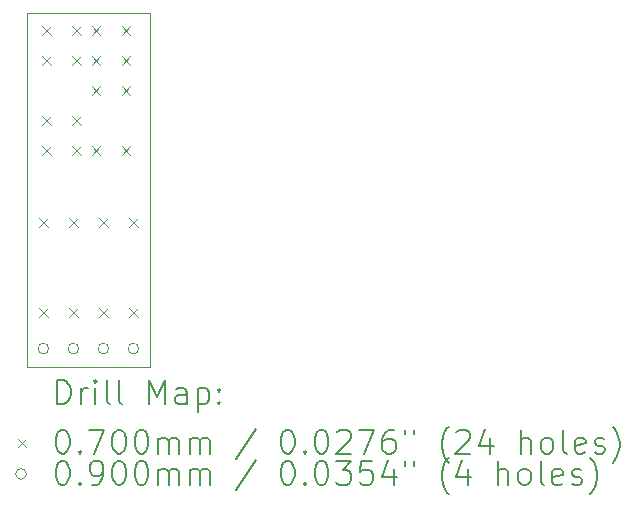
<source format=gbr>
%TF.GenerationSoftware,KiCad,Pcbnew,7.0.9*%
%TF.CreationDate,2024-02-08T14:16:19+01:00*%
%TF.ProjectId,signaux,7369676e-6175-4782-9e6b-696361645f70,rev?*%
%TF.SameCoordinates,Original*%
%TF.FileFunction,Drillmap*%
%TF.FilePolarity,Positive*%
%FSLAX45Y45*%
G04 Gerber Fmt 4.5, Leading zero omitted, Abs format (unit mm)*
G04 Created by KiCad (PCBNEW 7.0.9) date 2024-02-08 14:16:19*
%MOMM*%
%LPD*%
G01*
G04 APERTURE LIST*
%ADD10C,0.100000*%
%ADD11C,0.200000*%
G04 APERTURE END LIST*
D10*
X10198100Y-6388100D02*
X11239500Y-6388100D01*
X11239500Y-9385300D01*
X10198100Y-9385300D01*
X10198100Y-6388100D01*
D11*
D10*
X10302800Y-8131100D02*
X10372800Y-8201100D01*
X10372800Y-8131100D02*
X10302800Y-8201100D01*
X10302800Y-8893100D02*
X10372800Y-8963100D01*
X10372800Y-8893100D02*
X10302800Y-8963100D01*
X10327700Y-6759500D02*
X10397700Y-6829500D01*
X10397700Y-6759500D02*
X10327700Y-6829500D01*
X10328200Y-6505500D02*
X10398200Y-6575500D01*
X10398200Y-6505500D02*
X10328200Y-6575500D01*
X10328200Y-7267500D02*
X10398200Y-7337500D01*
X10398200Y-7267500D02*
X10328200Y-7337500D01*
X10328200Y-7521500D02*
X10398200Y-7591500D01*
X10398200Y-7521500D02*
X10328200Y-7591500D01*
X10556800Y-8131100D02*
X10626800Y-8201100D01*
X10626800Y-8131100D02*
X10556800Y-8201100D01*
X10556800Y-8893100D02*
X10626800Y-8963100D01*
X10626800Y-8893100D02*
X10556800Y-8963100D01*
X10581700Y-6759500D02*
X10651700Y-6829500D01*
X10651700Y-6759500D02*
X10581700Y-6829500D01*
X10582200Y-6505500D02*
X10652200Y-6575500D01*
X10652200Y-6505500D02*
X10582200Y-6575500D01*
X10582200Y-7267500D02*
X10652200Y-7337500D01*
X10652200Y-7267500D02*
X10582200Y-7337500D01*
X10582200Y-7521500D02*
X10652200Y-7591500D01*
X10652200Y-7521500D02*
X10582200Y-7591500D01*
X10747300Y-6505500D02*
X10817300Y-6575500D01*
X10817300Y-6505500D02*
X10747300Y-6575500D01*
X10747300Y-6759500D02*
X10817300Y-6829500D01*
X10817300Y-6759500D02*
X10747300Y-6829500D01*
X10747300Y-7013500D02*
X10817300Y-7083500D01*
X10817300Y-7013500D02*
X10747300Y-7083500D01*
X10747800Y-7521500D02*
X10817800Y-7591500D01*
X10817800Y-7521500D02*
X10747800Y-7591500D01*
X10810800Y-8131100D02*
X10880800Y-8201100D01*
X10880800Y-8131100D02*
X10810800Y-8201100D01*
X10810800Y-8893100D02*
X10880800Y-8963100D01*
X10880800Y-8893100D02*
X10810800Y-8963100D01*
X11001300Y-6505500D02*
X11071300Y-6575500D01*
X11071300Y-6505500D02*
X11001300Y-6575500D01*
X11001300Y-6759500D02*
X11071300Y-6829500D01*
X11071300Y-6759500D02*
X11001300Y-6829500D01*
X11001300Y-7013500D02*
X11071300Y-7083500D01*
X11071300Y-7013500D02*
X11001300Y-7083500D01*
X11001800Y-7521500D02*
X11071800Y-7591500D01*
X11071800Y-7521500D02*
X11001800Y-7591500D01*
X11064800Y-8131100D02*
X11134800Y-8201100D01*
X11134800Y-8131100D02*
X11064800Y-8201100D01*
X11064800Y-8893100D02*
X11134800Y-8963100D01*
X11134800Y-8893100D02*
X11064800Y-8963100D01*
X10382800Y-9232900D02*
G75*
G03*
X10382800Y-9232900I-45000J0D01*
G01*
X10636800Y-9232900D02*
G75*
G03*
X10636800Y-9232900I-45000J0D01*
G01*
X10890800Y-9232900D02*
G75*
G03*
X10890800Y-9232900I-45000J0D01*
G01*
X11144800Y-9232900D02*
G75*
G03*
X11144800Y-9232900I-45000J0D01*
G01*
D11*
X10453877Y-9701784D02*
X10453877Y-9501784D01*
X10453877Y-9501784D02*
X10501496Y-9501784D01*
X10501496Y-9501784D02*
X10530067Y-9511308D01*
X10530067Y-9511308D02*
X10549115Y-9530355D01*
X10549115Y-9530355D02*
X10558639Y-9549403D01*
X10558639Y-9549403D02*
X10568163Y-9587498D01*
X10568163Y-9587498D02*
X10568163Y-9616070D01*
X10568163Y-9616070D02*
X10558639Y-9654165D01*
X10558639Y-9654165D02*
X10549115Y-9673212D01*
X10549115Y-9673212D02*
X10530067Y-9692260D01*
X10530067Y-9692260D02*
X10501496Y-9701784D01*
X10501496Y-9701784D02*
X10453877Y-9701784D01*
X10653877Y-9701784D02*
X10653877Y-9568450D01*
X10653877Y-9606546D02*
X10663401Y-9587498D01*
X10663401Y-9587498D02*
X10672924Y-9577974D01*
X10672924Y-9577974D02*
X10691972Y-9568450D01*
X10691972Y-9568450D02*
X10711020Y-9568450D01*
X10777686Y-9701784D02*
X10777686Y-9568450D01*
X10777686Y-9501784D02*
X10768163Y-9511308D01*
X10768163Y-9511308D02*
X10777686Y-9520831D01*
X10777686Y-9520831D02*
X10787210Y-9511308D01*
X10787210Y-9511308D02*
X10777686Y-9501784D01*
X10777686Y-9501784D02*
X10777686Y-9520831D01*
X10901496Y-9701784D02*
X10882448Y-9692260D01*
X10882448Y-9692260D02*
X10872924Y-9673212D01*
X10872924Y-9673212D02*
X10872924Y-9501784D01*
X11006258Y-9701784D02*
X10987210Y-9692260D01*
X10987210Y-9692260D02*
X10977686Y-9673212D01*
X10977686Y-9673212D02*
X10977686Y-9501784D01*
X11234829Y-9701784D02*
X11234829Y-9501784D01*
X11234829Y-9501784D02*
X11301496Y-9644641D01*
X11301496Y-9644641D02*
X11368162Y-9501784D01*
X11368162Y-9501784D02*
X11368162Y-9701784D01*
X11549115Y-9701784D02*
X11549115Y-9597022D01*
X11549115Y-9597022D02*
X11539591Y-9577974D01*
X11539591Y-9577974D02*
X11520543Y-9568450D01*
X11520543Y-9568450D02*
X11482448Y-9568450D01*
X11482448Y-9568450D02*
X11463401Y-9577974D01*
X11549115Y-9692260D02*
X11530067Y-9701784D01*
X11530067Y-9701784D02*
X11482448Y-9701784D01*
X11482448Y-9701784D02*
X11463401Y-9692260D01*
X11463401Y-9692260D02*
X11453877Y-9673212D01*
X11453877Y-9673212D02*
X11453877Y-9654165D01*
X11453877Y-9654165D02*
X11463401Y-9635117D01*
X11463401Y-9635117D02*
X11482448Y-9625593D01*
X11482448Y-9625593D02*
X11530067Y-9625593D01*
X11530067Y-9625593D02*
X11549115Y-9616070D01*
X11644353Y-9568450D02*
X11644353Y-9768450D01*
X11644353Y-9577974D02*
X11663401Y-9568450D01*
X11663401Y-9568450D02*
X11701496Y-9568450D01*
X11701496Y-9568450D02*
X11720543Y-9577974D01*
X11720543Y-9577974D02*
X11730067Y-9587498D01*
X11730067Y-9587498D02*
X11739591Y-9606546D01*
X11739591Y-9606546D02*
X11739591Y-9663689D01*
X11739591Y-9663689D02*
X11730067Y-9682736D01*
X11730067Y-9682736D02*
X11720543Y-9692260D01*
X11720543Y-9692260D02*
X11701496Y-9701784D01*
X11701496Y-9701784D02*
X11663401Y-9701784D01*
X11663401Y-9701784D02*
X11644353Y-9692260D01*
X11825305Y-9682736D02*
X11834829Y-9692260D01*
X11834829Y-9692260D02*
X11825305Y-9701784D01*
X11825305Y-9701784D02*
X11815782Y-9692260D01*
X11815782Y-9692260D02*
X11825305Y-9682736D01*
X11825305Y-9682736D02*
X11825305Y-9701784D01*
X11825305Y-9577974D02*
X11834829Y-9587498D01*
X11834829Y-9587498D02*
X11825305Y-9597022D01*
X11825305Y-9597022D02*
X11815782Y-9587498D01*
X11815782Y-9587498D02*
X11825305Y-9577974D01*
X11825305Y-9577974D02*
X11825305Y-9597022D01*
D10*
X10123100Y-9995300D02*
X10193100Y-10065300D01*
X10193100Y-9995300D02*
X10123100Y-10065300D01*
D11*
X10491972Y-9921784D02*
X10511020Y-9921784D01*
X10511020Y-9921784D02*
X10530067Y-9931308D01*
X10530067Y-9931308D02*
X10539591Y-9940831D01*
X10539591Y-9940831D02*
X10549115Y-9959879D01*
X10549115Y-9959879D02*
X10558639Y-9997974D01*
X10558639Y-9997974D02*
X10558639Y-10045593D01*
X10558639Y-10045593D02*
X10549115Y-10083689D01*
X10549115Y-10083689D02*
X10539591Y-10102736D01*
X10539591Y-10102736D02*
X10530067Y-10112260D01*
X10530067Y-10112260D02*
X10511020Y-10121784D01*
X10511020Y-10121784D02*
X10491972Y-10121784D01*
X10491972Y-10121784D02*
X10472924Y-10112260D01*
X10472924Y-10112260D02*
X10463401Y-10102736D01*
X10463401Y-10102736D02*
X10453877Y-10083689D01*
X10453877Y-10083689D02*
X10444353Y-10045593D01*
X10444353Y-10045593D02*
X10444353Y-9997974D01*
X10444353Y-9997974D02*
X10453877Y-9959879D01*
X10453877Y-9959879D02*
X10463401Y-9940831D01*
X10463401Y-9940831D02*
X10472924Y-9931308D01*
X10472924Y-9931308D02*
X10491972Y-9921784D01*
X10644353Y-10102736D02*
X10653877Y-10112260D01*
X10653877Y-10112260D02*
X10644353Y-10121784D01*
X10644353Y-10121784D02*
X10634829Y-10112260D01*
X10634829Y-10112260D02*
X10644353Y-10102736D01*
X10644353Y-10102736D02*
X10644353Y-10121784D01*
X10720544Y-9921784D02*
X10853877Y-9921784D01*
X10853877Y-9921784D02*
X10768163Y-10121784D01*
X10968163Y-9921784D02*
X10987210Y-9921784D01*
X10987210Y-9921784D02*
X11006258Y-9931308D01*
X11006258Y-9931308D02*
X11015782Y-9940831D01*
X11015782Y-9940831D02*
X11025305Y-9959879D01*
X11025305Y-9959879D02*
X11034829Y-9997974D01*
X11034829Y-9997974D02*
X11034829Y-10045593D01*
X11034829Y-10045593D02*
X11025305Y-10083689D01*
X11025305Y-10083689D02*
X11015782Y-10102736D01*
X11015782Y-10102736D02*
X11006258Y-10112260D01*
X11006258Y-10112260D02*
X10987210Y-10121784D01*
X10987210Y-10121784D02*
X10968163Y-10121784D01*
X10968163Y-10121784D02*
X10949115Y-10112260D01*
X10949115Y-10112260D02*
X10939591Y-10102736D01*
X10939591Y-10102736D02*
X10930067Y-10083689D01*
X10930067Y-10083689D02*
X10920544Y-10045593D01*
X10920544Y-10045593D02*
X10920544Y-9997974D01*
X10920544Y-9997974D02*
X10930067Y-9959879D01*
X10930067Y-9959879D02*
X10939591Y-9940831D01*
X10939591Y-9940831D02*
X10949115Y-9931308D01*
X10949115Y-9931308D02*
X10968163Y-9921784D01*
X11158639Y-9921784D02*
X11177686Y-9921784D01*
X11177686Y-9921784D02*
X11196734Y-9931308D01*
X11196734Y-9931308D02*
X11206258Y-9940831D01*
X11206258Y-9940831D02*
X11215782Y-9959879D01*
X11215782Y-9959879D02*
X11225305Y-9997974D01*
X11225305Y-9997974D02*
X11225305Y-10045593D01*
X11225305Y-10045593D02*
X11215782Y-10083689D01*
X11215782Y-10083689D02*
X11206258Y-10102736D01*
X11206258Y-10102736D02*
X11196734Y-10112260D01*
X11196734Y-10112260D02*
X11177686Y-10121784D01*
X11177686Y-10121784D02*
X11158639Y-10121784D01*
X11158639Y-10121784D02*
X11139591Y-10112260D01*
X11139591Y-10112260D02*
X11130067Y-10102736D01*
X11130067Y-10102736D02*
X11120544Y-10083689D01*
X11120544Y-10083689D02*
X11111020Y-10045593D01*
X11111020Y-10045593D02*
X11111020Y-9997974D01*
X11111020Y-9997974D02*
X11120544Y-9959879D01*
X11120544Y-9959879D02*
X11130067Y-9940831D01*
X11130067Y-9940831D02*
X11139591Y-9931308D01*
X11139591Y-9931308D02*
X11158639Y-9921784D01*
X11311020Y-10121784D02*
X11311020Y-9988450D01*
X11311020Y-10007498D02*
X11320543Y-9997974D01*
X11320543Y-9997974D02*
X11339591Y-9988450D01*
X11339591Y-9988450D02*
X11368163Y-9988450D01*
X11368163Y-9988450D02*
X11387210Y-9997974D01*
X11387210Y-9997974D02*
X11396734Y-10017022D01*
X11396734Y-10017022D02*
X11396734Y-10121784D01*
X11396734Y-10017022D02*
X11406258Y-9997974D01*
X11406258Y-9997974D02*
X11425305Y-9988450D01*
X11425305Y-9988450D02*
X11453877Y-9988450D01*
X11453877Y-9988450D02*
X11472924Y-9997974D01*
X11472924Y-9997974D02*
X11482448Y-10017022D01*
X11482448Y-10017022D02*
X11482448Y-10121784D01*
X11577686Y-10121784D02*
X11577686Y-9988450D01*
X11577686Y-10007498D02*
X11587210Y-9997974D01*
X11587210Y-9997974D02*
X11606258Y-9988450D01*
X11606258Y-9988450D02*
X11634829Y-9988450D01*
X11634829Y-9988450D02*
X11653877Y-9997974D01*
X11653877Y-9997974D02*
X11663401Y-10017022D01*
X11663401Y-10017022D02*
X11663401Y-10121784D01*
X11663401Y-10017022D02*
X11672924Y-9997974D01*
X11672924Y-9997974D02*
X11691972Y-9988450D01*
X11691972Y-9988450D02*
X11720543Y-9988450D01*
X11720543Y-9988450D02*
X11739591Y-9997974D01*
X11739591Y-9997974D02*
X11749115Y-10017022D01*
X11749115Y-10017022D02*
X11749115Y-10121784D01*
X12139591Y-9912260D02*
X11968163Y-10169403D01*
X12396734Y-9921784D02*
X12415782Y-9921784D01*
X12415782Y-9921784D02*
X12434829Y-9931308D01*
X12434829Y-9931308D02*
X12444353Y-9940831D01*
X12444353Y-9940831D02*
X12453877Y-9959879D01*
X12453877Y-9959879D02*
X12463401Y-9997974D01*
X12463401Y-9997974D02*
X12463401Y-10045593D01*
X12463401Y-10045593D02*
X12453877Y-10083689D01*
X12453877Y-10083689D02*
X12444353Y-10102736D01*
X12444353Y-10102736D02*
X12434829Y-10112260D01*
X12434829Y-10112260D02*
X12415782Y-10121784D01*
X12415782Y-10121784D02*
X12396734Y-10121784D01*
X12396734Y-10121784D02*
X12377686Y-10112260D01*
X12377686Y-10112260D02*
X12368163Y-10102736D01*
X12368163Y-10102736D02*
X12358639Y-10083689D01*
X12358639Y-10083689D02*
X12349115Y-10045593D01*
X12349115Y-10045593D02*
X12349115Y-9997974D01*
X12349115Y-9997974D02*
X12358639Y-9959879D01*
X12358639Y-9959879D02*
X12368163Y-9940831D01*
X12368163Y-9940831D02*
X12377686Y-9931308D01*
X12377686Y-9931308D02*
X12396734Y-9921784D01*
X12549115Y-10102736D02*
X12558639Y-10112260D01*
X12558639Y-10112260D02*
X12549115Y-10121784D01*
X12549115Y-10121784D02*
X12539591Y-10112260D01*
X12539591Y-10112260D02*
X12549115Y-10102736D01*
X12549115Y-10102736D02*
X12549115Y-10121784D01*
X12682448Y-9921784D02*
X12701496Y-9921784D01*
X12701496Y-9921784D02*
X12720544Y-9931308D01*
X12720544Y-9931308D02*
X12730067Y-9940831D01*
X12730067Y-9940831D02*
X12739591Y-9959879D01*
X12739591Y-9959879D02*
X12749115Y-9997974D01*
X12749115Y-9997974D02*
X12749115Y-10045593D01*
X12749115Y-10045593D02*
X12739591Y-10083689D01*
X12739591Y-10083689D02*
X12730067Y-10102736D01*
X12730067Y-10102736D02*
X12720544Y-10112260D01*
X12720544Y-10112260D02*
X12701496Y-10121784D01*
X12701496Y-10121784D02*
X12682448Y-10121784D01*
X12682448Y-10121784D02*
X12663401Y-10112260D01*
X12663401Y-10112260D02*
X12653877Y-10102736D01*
X12653877Y-10102736D02*
X12644353Y-10083689D01*
X12644353Y-10083689D02*
X12634829Y-10045593D01*
X12634829Y-10045593D02*
X12634829Y-9997974D01*
X12634829Y-9997974D02*
X12644353Y-9959879D01*
X12644353Y-9959879D02*
X12653877Y-9940831D01*
X12653877Y-9940831D02*
X12663401Y-9931308D01*
X12663401Y-9931308D02*
X12682448Y-9921784D01*
X12825306Y-9940831D02*
X12834829Y-9931308D01*
X12834829Y-9931308D02*
X12853877Y-9921784D01*
X12853877Y-9921784D02*
X12901496Y-9921784D01*
X12901496Y-9921784D02*
X12920544Y-9931308D01*
X12920544Y-9931308D02*
X12930067Y-9940831D01*
X12930067Y-9940831D02*
X12939591Y-9959879D01*
X12939591Y-9959879D02*
X12939591Y-9978927D01*
X12939591Y-9978927D02*
X12930067Y-10007498D01*
X12930067Y-10007498D02*
X12815782Y-10121784D01*
X12815782Y-10121784D02*
X12939591Y-10121784D01*
X13006258Y-9921784D02*
X13139591Y-9921784D01*
X13139591Y-9921784D02*
X13053877Y-10121784D01*
X13301496Y-9921784D02*
X13263401Y-9921784D01*
X13263401Y-9921784D02*
X13244353Y-9931308D01*
X13244353Y-9931308D02*
X13234829Y-9940831D01*
X13234829Y-9940831D02*
X13215782Y-9969403D01*
X13215782Y-9969403D02*
X13206258Y-10007498D01*
X13206258Y-10007498D02*
X13206258Y-10083689D01*
X13206258Y-10083689D02*
X13215782Y-10102736D01*
X13215782Y-10102736D02*
X13225306Y-10112260D01*
X13225306Y-10112260D02*
X13244353Y-10121784D01*
X13244353Y-10121784D02*
X13282448Y-10121784D01*
X13282448Y-10121784D02*
X13301496Y-10112260D01*
X13301496Y-10112260D02*
X13311020Y-10102736D01*
X13311020Y-10102736D02*
X13320544Y-10083689D01*
X13320544Y-10083689D02*
X13320544Y-10036070D01*
X13320544Y-10036070D02*
X13311020Y-10017022D01*
X13311020Y-10017022D02*
X13301496Y-10007498D01*
X13301496Y-10007498D02*
X13282448Y-9997974D01*
X13282448Y-9997974D02*
X13244353Y-9997974D01*
X13244353Y-9997974D02*
X13225306Y-10007498D01*
X13225306Y-10007498D02*
X13215782Y-10017022D01*
X13215782Y-10017022D02*
X13206258Y-10036070D01*
X13396734Y-9921784D02*
X13396734Y-9959879D01*
X13472925Y-9921784D02*
X13472925Y-9959879D01*
X13768163Y-10197974D02*
X13758639Y-10188450D01*
X13758639Y-10188450D02*
X13739591Y-10159879D01*
X13739591Y-10159879D02*
X13730068Y-10140831D01*
X13730068Y-10140831D02*
X13720544Y-10112260D01*
X13720544Y-10112260D02*
X13711020Y-10064641D01*
X13711020Y-10064641D02*
X13711020Y-10026546D01*
X13711020Y-10026546D02*
X13720544Y-9978927D01*
X13720544Y-9978927D02*
X13730068Y-9950355D01*
X13730068Y-9950355D02*
X13739591Y-9931308D01*
X13739591Y-9931308D02*
X13758639Y-9902736D01*
X13758639Y-9902736D02*
X13768163Y-9893212D01*
X13834829Y-9940831D02*
X13844353Y-9931308D01*
X13844353Y-9931308D02*
X13863401Y-9921784D01*
X13863401Y-9921784D02*
X13911020Y-9921784D01*
X13911020Y-9921784D02*
X13930068Y-9931308D01*
X13930068Y-9931308D02*
X13939591Y-9940831D01*
X13939591Y-9940831D02*
X13949115Y-9959879D01*
X13949115Y-9959879D02*
X13949115Y-9978927D01*
X13949115Y-9978927D02*
X13939591Y-10007498D01*
X13939591Y-10007498D02*
X13825306Y-10121784D01*
X13825306Y-10121784D02*
X13949115Y-10121784D01*
X14120544Y-9988450D02*
X14120544Y-10121784D01*
X14072925Y-9912260D02*
X14025306Y-10055117D01*
X14025306Y-10055117D02*
X14149115Y-10055117D01*
X14377687Y-10121784D02*
X14377687Y-9921784D01*
X14463401Y-10121784D02*
X14463401Y-10017022D01*
X14463401Y-10017022D02*
X14453877Y-9997974D01*
X14453877Y-9997974D02*
X14434830Y-9988450D01*
X14434830Y-9988450D02*
X14406258Y-9988450D01*
X14406258Y-9988450D02*
X14387210Y-9997974D01*
X14387210Y-9997974D02*
X14377687Y-10007498D01*
X14587210Y-10121784D02*
X14568163Y-10112260D01*
X14568163Y-10112260D02*
X14558639Y-10102736D01*
X14558639Y-10102736D02*
X14549115Y-10083689D01*
X14549115Y-10083689D02*
X14549115Y-10026546D01*
X14549115Y-10026546D02*
X14558639Y-10007498D01*
X14558639Y-10007498D02*
X14568163Y-9997974D01*
X14568163Y-9997974D02*
X14587210Y-9988450D01*
X14587210Y-9988450D02*
X14615782Y-9988450D01*
X14615782Y-9988450D02*
X14634830Y-9997974D01*
X14634830Y-9997974D02*
X14644353Y-10007498D01*
X14644353Y-10007498D02*
X14653877Y-10026546D01*
X14653877Y-10026546D02*
X14653877Y-10083689D01*
X14653877Y-10083689D02*
X14644353Y-10102736D01*
X14644353Y-10102736D02*
X14634830Y-10112260D01*
X14634830Y-10112260D02*
X14615782Y-10121784D01*
X14615782Y-10121784D02*
X14587210Y-10121784D01*
X14768163Y-10121784D02*
X14749115Y-10112260D01*
X14749115Y-10112260D02*
X14739591Y-10093212D01*
X14739591Y-10093212D02*
X14739591Y-9921784D01*
X14920544Y-10112260D02*
X14901496Y-10121784D01*
X14901496Y-10121784D02*
X14863401Y-10121784D01*
X14863401Y-10121784D02*
X14844353Y-10112260D01*
X14844353Y-10112260D02*
X14834830Y-10093212D01*
X14834830Y-10093212D02*
X14834830Y-10017022D01*
X14834830Y-10017022D02*
X14844353Y-9997974D01*
X14844353Y-9997974D02*
X14863401Y-9988450D01*
X14863401Y-9988450D02*
X14901496Y-9988450D01*
X14901496Y-9988450D02*
X14920544Y-9997974D01*
X14920544Y-9997974D02*
X14930068Y-10017022D01*
X14930068Y-10017022D02*
X14930068Y-10036070D01*
X14930068Y-10036070D02*
X14834830Y-10055117D01*
X15006258Y-10112260D02*
X15025306Y-10121784D01*
X15025306Y-10121784D02*
X15063401Y-10121784D01*
X15063401Y-10121784D02*
X15082449Y-10112260D01*
X15082449Y-10112260D02*
X15091972Y-10093212D01*
X15091972Y-10093212D02*
X15091972Y-10083689D01*
X15091972Y-10083689D02*
X15082449Y-10064641D01*
X15082449Y-10064641D02*
X15063401Y-10055117D01*
X15063401Y-10055117D02*
X15034830Y-10055117D01*
X15034830Y-10055117D02*
X15015782Y-10045593D01*
X15015782Y-10045593D02*
X15006258Y-10026546D01*
X15006258Y-10026546D02*
X15006258Y-10017022D01*
X15006258Y-10017022D02*
X15015782Y-9997974D01*
X15015782Y-9997974D02*
X15034830Y-9988450D01*
X15034830Y-9988450D02*
X15063401Y-9988450D01*
X15063401Y-9988450D02*
X15082449Y-9997974D01*
X15158639Y-10197974D02*
X15168163Y-10188450D01*
X15168163Y-10188450D02*
X15187211Y-10159879D01*
X15187211Y-10159879D02*
X15196734Y-10140831D01*
X15196734Y-10140831D02*
X15206258Y-10112260D01*
X15206258Y-10112260D02*
X15215782Y-10064641D01*
X15215782Y-10064641D02*
X15215782Y-10026546D01*
X15215782Y-10026546D02*
X15206258Y-9978927D01*
X15206258Y-9978927D02*
X15196734Y-9950355D01*
X15196734Y-9950355D02*
X15187211Y-9931308D01*
X15187211Y-9931308D02*
X15168163Y-9902736D01*
X15168163Y-9902736D02*
X15158639Y-9893212D01*
D10*
X10193100Y-10294300D02*
G75*
G03*
X10193100Y-10294300I-45000J0D01*
G01*
D11*
X10491972Y-10185784D02*
X10511020Y-10185784D01*
X10511020Y-10185784D02*
X10530067Y-10195308D01*
X10530067Y-10195308D02*
X10539591Y-10204831D01*
X10539591Y-10204831D02*
X10549115Y-10223879D01*
X10549115Y-10223879D02*
X10558639Y-10261974D01*
X10558639Y-10261974D02*
X10558639Y-10309593D01*
X10558639Y-10309593D02*
X10549115Y-10347689D01*
X10549115Y-10347689D02*
X10539591Y-10366736D01*
X10539591Y-10366736D02*
X10530067Y-10376260D01*
X10530067Y-10376260D02*
X10511020Y-10385784D01*
X10511020Y-10385784D02*
X10491972Y-10385784D01*
X10491972Y-10385784D02*
X10472924Y-10376260D01*
X10472924Y-10376260D02*
X10463401Y-10366736D01*
X10463401Y-10366736D02*
X10453877Y-10347689D01*
X10453877Y-10347689D02*
X10444353Y-10309593D01*
X10444353Y-10309593D02*
X10444353Y-10261974D01*
X10444353Y-10261974D02*
X10453877Y-10223879D01*
X10453877Y-10223879D02*
X10463401Y-10204831D01*
X10463401Y-10204831D02*
X10472924Y-10195308D01*
X10472924Y-10195308D02*
X10491972Y-10185784D01*
X10644353Y-10366736D02*
X10653877Y-10376260D01*
X10653877Y-10376260D02*
X10644353Y-10385784D01*
X10644353Y-10385784D02*
X10634829Y-10376260D01*
X10634829Y-10376260D02*
X10644353Y-10366736D01*
X10644353Y-10366736D02*
X10644353Y-10385784D01*
X10749115Y-10385784D02*
X10787210Y-10385784D01*
X10787210Y-10385784D02*
X10806258Y-10376260D01*
X10806258Y-10376260D02*
X10815782Y-10366736D01*
X10815782Y-10366736D02*
X10834829Y-10338165D01*
X10834829Y-10338165D02*
X10844353Y-10300070D01*
X10844353Y-10300070D02*
X10844353Y-10223879D01*
X10844353Y-10223879D02*
X10834829Y-10204831D01*
X10834829Y-10204831D02*
X10825305Y-10195308D01*
X10825305Y-10195308D02*
X10806258Y-10185784D01*
X10806258Y-10185784D02*
X10768163Y-10185784D01*
X10768163Y-10185784D02*
X10749115Y-10195308D01*
X10749115Y-10195308D02*
X10739591Y-10204831D01*
X10739591Y-10204831D02*
X10730067Y-10223879D01*
X10730067Y-10223879D02*
X10730067Y-10271498D01*
X10730067Y-10271498D02*
X10739591Y-10290546D01*
X10739591Y-10290546D02*
X10749115Y-10300070D01*
X10749115Y-10300070D02*
X10768163Y-10309593D01*
X10768163Y-10309593D02*
X10806258Y-10309593D01*
X10806258Y-10309593D02*
X10825305Y-10300070D01*
X10825305Y-10300070D02*
X10834829Y-10290546D01*
X10834829Y-10290546D02*
X10844353Y-10271498D01*
X10968163Y-10185784D02*
X10987210Y-10185784D01*
X10987210Y-10185784D02*
X11006258Y-10195308D01*
X11006258Y-10195308D02*
X11015782Y-10204831D01*
X11015782Y-10204831D02*
X11025305Y-10223879D01*
X11025305Y-10223879D02*
X11034829Y-10261974D01*
X11034829Y-10261974D02*
X11034829Y-10309593D01*
X11034829Y-10309593D02*
X11025305Y-10347689D01*
X11025305Y-10347689D02*
X11015782Y-10366736D01*
X11015782Y-10366736D02*
X11006258Y-10376260D01*
X11006258Y-10376260D02*
X10987210Y-10385784D01*
X10987210Y-10385784D02*
X10968163Y-10385784D01*
X10968163Y-10385784D02*
X10949115Y-10376260D01*
X10949115Y-10376260D02*
X10939591Y-10366736D01*
X10939591Y-10366736D02*
X10930067Y-10347689D01*
X10930067Y-10347689D02*
X10920544Y-10309593D01*
X10920544Y-10309593D02*
X10920544Y-10261974D01*
X10920544Y-10261974D02*
X10930067Y-10223879D01*
X10930067Y-10223879D02*
X10939591Y-10204831D01*
X10939591Y-10204831D02*
X10949115Y-10195308D01*
X10949115Y-10195308D02*
X10968163Y-10185784D01*
X11158639Y-10185784D02*
X11177686Y-10185784D01*
X11177686Y-10185784D02*
X11196734Y-10195308D01*
X11196734Y-10195308D02*
X11206258Y-10204831D01*
X11206258Y-10204831D02*
X11215782Y-10223879D01*
X11215782Y-10223879D02*
X11225305Y-10261974D01*
X11225305Y-10261974D02*
X11225305Y-10309593D01*
X11225305Y-10309593D02*
X11215782Y-10347689D01*
X11215782Y-10347689D02*
X11206258Y-10366736D01*
X11206258Y-10366736D02*
X11196734Y-10376260D01*
X11196734Y-10376260D02*
X11177686Y-10385784D01*
X11177686Y-10385784D02*
X11158639Y-10385784D01*
X11158639Y-10385784D02*
X11139591Y-10376260D01*
X11139591Y-10376260D02*
X11130067Y-10366736D01*
X11130067Y-10366736D02*
X11120544Y-10347689D01*
X11120544Y-10347689D02*
X11111020Y-10309593D01*
X11111020Y-10309593D02*
X11111020Y-10261974D01*
X11111020Y-10261974D02*
X11120544Y-10223879D01*
X11120544Y-10223879D02*
X11130067Y-10204831D01*
X11130067Y-10204831D02*
X11139591Y-10195308D01*
X11139591Y-10195308D02*
X11158639Y-10185784D01*
X11311020Y-10385784D02*
X11311020Y-10252450D01*
X11311020Y-10271498D02*
X11320543Y-10261974D01*
X11320543Y-10261974D02*
X11339591Y-10252450D01*
X11339591Y-10252450D02*
X11368163Y-10252450D01*
X11368163Y-10252450D02*
X11387210Y-10261974D01*
X11387210Y-10261974D02*
X11396734Y-10281022D01*
X11396734Y-10281022D02*
X11396734Y-10385784D01*
X11396734Y-10281022D02*
X11406258Y-10261974D01*
X11406258Y-10261974D02*
X11425305Y-10252450D01*
X11425305Y-10252450D02*
X11453877Y-10252450D01*
X11453877Y-10252450D02*
X11472924Y-10261974D01*
X11472924Y-10261974D02*
X11482448Y-10281022D01*
X11482448Y-10281022D02*
X11482448Y-10385784D01*
X11577686Y-10385784D02*
X11577686Y-10252450D01*
X11577686Y-10271498D02*
X11587210Y-10261974D01*
X11587210Y-10261974D02*
X11606258Y-10252450D01*
X11606258Y-10252450D02*
X11634829Y-10252450D01*
X11634829Y-10252450D02*
X11653877Y-10261974D01*
X11653877Y-10261974D02*
X11663401Y-10281022D01*
X11663401Y-10281022D02*
X11663401Y-10385784D01*
X11663401Y-10281022D02*
X11672924Y-10261974D01*
X11672924Y-10261974D02*
X11691972Y-10252450D01*
X11691972Y-10252450D02*
X11720543Y-10252450D01*
X11720543Y-10252450D02*
X11739591Y-10261974D01*
X11739591Y-10261974D02*
X11749115Y-10281022D01*
X11749115Y-10281022D02*
X11749115Y-10385784D01*
X12139591Y-10176260D02*
X11968163Y-10433403D01*
X12396734Y-10185784D02*
X12415782Y-10185784D01*
X12415782Y-10185784D02*
X12434829Y-10195308D01*
X12434829Y-10195308D02*
X12444353Y-10204831D01*
X12444353Y-10204831D02*
X12453877Y-10223879D01*
X12453877Y-10223879D02*
X12463401Y-10261974D01*
X12463401Y-10261974D02*
X12463401Y-10309593D01*
X12463401Y-10309593D02*
X12453877Y-10347689D01*
X12453877Y-10347689D02*
X12444353Y-10366736D01*
X12444353Y-10366736D02*
X12434829Y-10376260D01*
X12434829Y-10376260D02*
X12415782Y-10385784D01*
X12415782Y-10385784D02*
X12396734Y-10385784D01*
X12396734Y-10385784D02*
X12377686Y-10376260D01*
X12377686Y-10376260D02*
X12368163Y-10366736D01*
X12368163Y-10366736D02*
X12358639Y-10347689D01*
X12358639Y-10347689D02*
X12349115Y-10309593D01*
X12349115Y-10309593D02*
X12349115Y-10261974D01*
X12349115Y-10261974D02*
X12358639Y-10223879D01*
X12358639Y-10223879D02*
X12368163Y-10204831D01*
X12368163Y-10204831D02*
X12377686Y-10195308D01*
X12377686Y-10195308D02*
X12396734Y-10185784D01*
X12549115Y-10366736D02*
X12558639Y-10376260D01*
X12558639Y-10376260D02*
X12549115Y-10385784D01*
X12549115Y-10385784D02*
X12539591Y-10376260D01*
X12539591Y-10376260D02*
X12549115Y-10366736D01*
X12549115Y-10366736D02*
X12549115Y-10385784D01*
X12682448Y-10185784D02*
X12701496Y-10185784D01*
X12701496Y-10185784D02*
X12720544Y-10195308D01*
X12720544Y-10195308D02*
X12730067Y-10204831D01*
X12730067Y-10204831D02*
X12739591Y-10223879D01*
X12739591Y-10223879D02*
X12749115Y-10261974D01*
X12749115Y-10261974D02*
X12749115Y-10309593D01*
X12749115Y-10309593D02*
X12739591Y-10347689D01*
X12739591Y-10347689D02*
X12730067Y-10366736D01*
X12730067Y-10366736D02*
X12720544Y-10376260D01*
X12720544Y-10376260D02*
X12701496Y-10385784D01*
X12701496Y-10385784D02*
X12682448Y-10385784D01*
X12682448Y-10385784D02*
X12663401Y-10376260D01*
X12663401Y-10376260D02*
X12653877Y-10366736D01*
X12653877Y-10366736D02*
X12644353Y-10347689D01*
X12644353Y-10347689D02*
X12634829Y-10309593D01*
X12634829Y-10309593D02*
X12634829Y-10261974D01*
X12634829Y-10261974D02*
X12644353Y-10223879D01*
X12644353Y-10223879D02*
X12653877Y-10204831D01*
X12653877Y-10204831D02*
X12663401Y-10195308D01*
X12663401Y-10195308D02*
X12682448Y-10185784D01*
X12815782Y-10185784D02*
X12939591Y-10185784D01*
X12939591Y-10185784D02*
X12872925Y-10261974D01*
X12872925Y-10261974D02*
X12901496Y-10261974D01*
X12901496Y-10261974D02*
X12920544Y-10271498D01*
X12920544Y-10271498D02*
X12930067Y-10281022D01*
X12930067Y-10281022D02*
X12939591Y-10300070D01*
X12939591Y-10300070D02*
X12939591Y-10347689D01*
X12939591Y-10347689D02*
X12930067Y-10366736D01*
X12930067Y-10366736D02*
X12920544Y-10376260D01*
X12920544Y-10376260D02*
X12901496Y-10385784D01*
X12901496Y-10385784D02*
X12844353Y-10385784D01*
X12844353Y-10385784D02*
X12825306Y-10376260D01*
X12825306Y-10376260D02*
X12815782Y-10366736D01*
X13120544Y-10185784D02*
X13025306Y-10185784D01*
X13025306Y-10185784D02*
X13015782Y-10281022D01*
X13015782Y-10281022D02*
X13025306Y-10271498D01*
X13025306Y-10271498D02*
X13044353Y-10261974D01*
X13044353Y-10261974D02*
X13091972Y-10261974D01*
X13091972Y-10261974D02*
X13111020Y-10271498D01*
X13111020Y-10271498D02*
X13120544Y-10281022D01*
X13120544Y-10281022D02*
X13130067Y-10300070D01*
X13130067Y-10300070D02*
X13130067Y-10347689D01*
X13130067Y-10347689D02*
X13120544Y-10366736D01*
X13120544Y-10366736D02*
X13111020Y-10376260D01*
X13111020Y-10376260D02*
X13091972Y-10385784D01*
X13091972Y-10385784D02*
X13044353Y-10385784D01*
X13044353Y-10385784D02*
X13025306Y-10376260D01*
X13025306Y-10376260D02*
X13015782Y-10366736D01*
X13301496Y-10252450D02*
X13301496Y-10385784D01*
X13253877Y-10176260D02*
X13206258Y-10319117D01*
X13206258Y-10319117D02*
X13330067Y-10319117D01*
X13396734Y-10185784D02*
X13396734Y-10223879D01*
X13472925Y-10185784D02*
X13472925Y-10223879D01*
X13768163Y-10461974D02*
X13758639Y-10452450D01*
X13758639Y-10452450D02*
X13739591Y-10423879D01*
X13739591Y-10423879D02*
X13730068Y-10404831D01*
X13730068Y-10404831D02*
X13720544Y-10376260D01*
X13720544Y-10376260D02*
X13711020Y-10328641D01*
X13711020Y-10328641D02*
X13711020Y-10290546D01*
X13711020Y-10290546D02*
X13720544Y-10242927D01*
X13720544Y-10242927D02*
X13730068Y-10214355D01*
X13730068Y-10214355D02*
X13739591Y-10195308D01*
X13739591Y-10195308D02*
X13758639Y-10166736D01*
X13758639Y-10166736D02*
X13768163Y-10157212D01*
X13930068Y-10252450D02*
X13930068Y-10385784D01*
X13882448Y-10176260D02*
X13834829Y-10319117D01*
X13834829Y-10319117D02*
X13958639Y-10319117D01*
X14187210Y-10385784D02*
X14187210Y-10185784D01*
X14272925Y-10385784D02*
X14272925Y-10281022D01*
X14272925Y-10281022D02*
X14263401Y-10261974D01*
X14263401Y-10261974D02*
X14244353Y-10252450D01*
X14244353Y-10252450D02*
X14215782Y-10252450D01*
X14215782Y-10252450D02*
X14196734Y-10261974D01*
X14196734Y-10261974D02*
X14187210Y-10271498D01*
X14396734Y-10385784D02*
X14377687Y-10376260D01*
X14377687Y-10376260D02*
X14368163Y-10366736D01*
X14368163Y-10366736D02*
X14358639Y-10347689D01*
X14358639Y-10347689D02*
X14358639Y-10290546D01*
X14358639Y-10290546D02*
X14368163Y-10271498D01*
X14368163Y-10271498D02*
X14377687Y-10261974D01*
X14377687Y-10261974D02*
X14396734Y-10252450D01*
X14396734Y-10252450D02*
X14425306Y-10252450D01*
X14425306Y-10252450D02*
X14444353Y-10261974D01*
X14444353Y-10261974D02*
X14453877Y-10271498D01*
X14453877Y-10271498D02*
X14463401Y-10290546D01*
X14463401Y-10290546D02*
X14463401Y-10347689D01*
X14463401Y-10347689D02*
X14453877Y-10366736D01*
X14453877Y-10366736D02*
X14444353Y-10376260D01*
X14444353Y-10376260D02*
X14425306Y-10385784D01*
X14425306Y-10385784D02*
X14396734Y-10385784D01*
X14577687Y-10385784D02*
X14558639Y-10376260D01*
X14558639Y-10376260D02*
X14549115Y-10357212D01*
X14549115Y-10357212D02*
X14549115Y-10185784D01*
X14730068Y-10376260D02*
X14711020Y-10385784D01*
X14711020Y-10385784D02*
X14672925Y-10385784D01*
X14672925Y-10385784D02*
X14653877Y-10376260D01*
X14653877Y-10376260D02*
X14644353Y-10357212D01*
X14644353Y-10357212D02*
X14644353Y-10281022D01*
X14644353Y-10281022D02*
X14653877Y-10261974D01*
X14653877Y-10261974D02*
X14672925Y-10252450D01*
X14672925Y-10252450D02*
X14711020Y-10252450D01*
X14711020Y-10252450D02*
X14730068Y-10261974D01*
X14730068Y-10261974D02*
X14739591Y-10281022D01*
X14739591Y-10281022D02*
X14739591Y-10300070D01*
X14739591Y-10300070D02*
X14644353Y-10319117D01*
X14815782Y-10376260D02*
X14834830Y-10385784D01*
X14834830Y-10385784D02*
X14872925Y-10385784D01*
X14872925Y-10385784D02*
X14891972Y-10376260D01*
X14891972Y-10376260D02*
X14901496Y-10357212D01*
X14901496Y-10357212D02*
X14901496Y-10347689D01*
X14901496Y-10347689D02*
X14891972Y-10328641D01*
X14891972Y-10328641D02*
X14872925Y-10319117D01*
X14872925Y-10319117D02*
X14844353Y-10319117D01*
X14844353Y-10319117D02*
X14825306Y-10309593D01*
X14825306Y-10309593D02*
X14815782Y-10290546D01*
X14815782Y-10290546D02*
X14815782Y-10281022D01*
X14815782Y-10281022D02*
X14825306Y-10261974D01*
X14825306Y-10261974D02*
X14844353Y-10252450D01*
X14844353Y-10252450D02*
X14872925Y-10252450D01*
X14872925Y-10252450D02*
X14891972Y-10261974D01*
X14968163Y-10461974D02*
X14977687Y-10452450D01*
X14977687Y-10452450D02*
X14996734Y-10423879D01*
X14996734Y-10423879D02*
X15006258Y-10404831D01*
X15006258Y-10404831D02*
X15015782Y-10376260D01*
X15015782Y-10376260D02*
X15025306Y-10328641D01*
X15025306Y-10328641D02*
X15025306Y-10290546D01*
X15025306Y-10290546D02*
X15015782Y-10242927D01*
X15015782Y-10242927D02*
X15006258Y-10214355D01*
X15006258Y-10214355D02*
X14996734Y-10195308D01*
X14996734Y-10195308D02*
X14977687Y-10166736D01*
X14977687Y-10166736D02*
X14968163Y-10157212D01*
M02*

</source>
